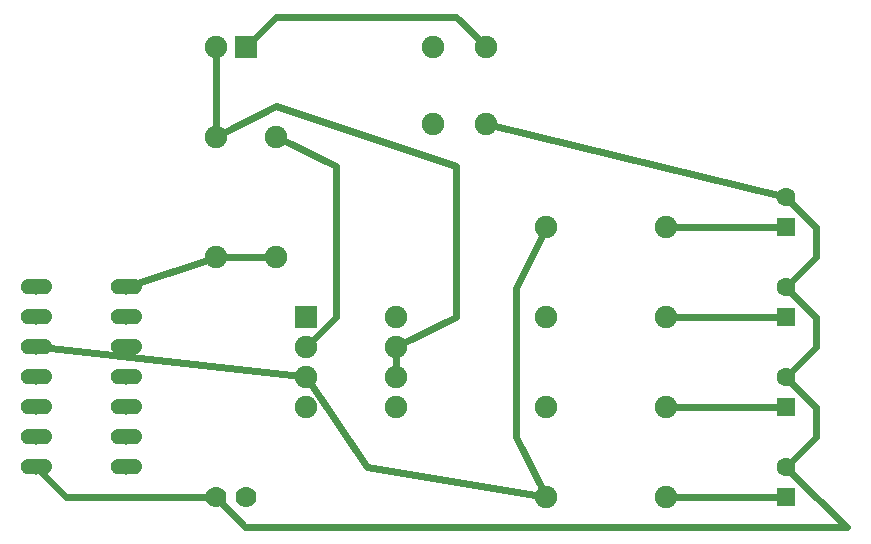
<source format=gtl>
G04 MADE WITH FRITZING*
G04 WWW.FRITZING.ORG*
G04 DOUBLE SIDED*
G04 HOLES PLATED*
G04 CONTOUR ON CENTER OF CONTOUR VECTOR*
%ASAXBY*%
%FSLAX23Y23*%
%MOIN*%
%OFA0B0*%
%SFA1.0B1.0*%
%ADD10C,0.075000*%
%ADD11C,0.070000*%
%ADD12C,0.062992*%
%ADD13C,0.052000*%
%ADD14R,0.075000X0.075000*%
%ADD15R,0.062992X0.062992*%
%ADD16C,0.024000*%
%ADD17R,0.001000X0.001000*%
%LNCOPPER1*%
G90*
G70*
G54D10*
X1111Y1478D03*
X1111Y1078D03*
X911Y1478D03*
X911Y1078D03*
X1011Y1778D03*
X911Y1778D03*
G54D11*
X911Y278D03*
X1011Y278D03*
G54D10*
X1211Y878D03*
X1511Y878D03*
X1211Y778D03*
X1511Y778D03*
X1211Y678D03*
X1511Y678D03*
X1211Y578D03*
X1511Y578D03*
G54D12*
X2811Y1178D03*
X2811Y1276D03*
X2811Y578D03*
X2811Y676D03*
X2811Y878D03*
X2811Y976D03*
X2811Y278D03*
X2811Y376D03*
G54D10*
X1634Y1522D03*
X1634Y1778D03*
X1811Y1522D03*
X1811Y1778D03*
X2011Y878D03*
X2411Y878D03*
X2011Y578D03*
X2411Y578D03*
X2011Y1178D03*
X2411Y1178D03*
X2011Y278D03*
X2411Y278D03*
G54D13*
X311Y978D03*
X311Y878D03*
X311Y778D03*
X311Y678D03*
X311Y578D03*
X311Y478D03*
X311Y378D03*
X611Y378D03*
X611Y478D03*
X611Y578D03*
X611Y678D03*
X611Y778D03*
X611Y878D03*
X611Y978D03*
X311Y978D03*
X311Y878D03*
X311Y778D03*
X311Y678D03*
X311Y578D03*
X311Y478D03*
X311Y378D03*
X611Y378D03*
X611Y478D03*
X611Y578D03*
X611Y678D03*
X611Y778D03*
X611Y878D03*
X611Y978D03*
G54D14*
X1011Y1778D03*
X1211Y878D03*
G54D15*
X2811Y1178D03*
X2811Y578D03*
X2811Y878D03*
X2811Y278D03*
G54D16*
X2795Y1178D02*
X2429Y1178D01*
D02*
X2795Y878D02*
X2429Y878D01*
D02*
X2795Y578D02*
X2429Y578D01*
D02*
X2795Y278D02*
X2429Y278D01*
D02*
X2911Y578D02*
X2911Y478D01*
D02*
X2822Y665D02*
X2911Y578D01*
D02*
X2911Y478D02*
X2822Y387D01*
D02*
X2911Y878D02*
X2911Y778D01*
D02*
X2911Y778D02*
X2822Y687D01*
D02*
X2822Y965D02*
X2911Y878D01*
D02*
X2822Y1265D02*
X2911Y1178D01*
D02*
X2911Y1178D02*
X2911Y1078D01*
D02*
X2911Y1078D02*
X2822Y987D01*
D02*
X1828Y1518D02*
X2796Y1280D01*
D02*
X1111Y1878D02*
X1711Y1878D01*
D02*
X1023Y1790D02*
X1111Y1878D01*
D02*
X1711Y1878D02*
X1799Y1790D01*
D02*
X409Y278D02*
X322Y366D01*
D02*
X896Y278D02*
X409Y278D01*
D02*
X1008Y176D02*
X921Y267D01*
D02*
X3013Y176D02*
X1008Y176D01*
D02*
X2822Y365D02*
X3013Y176D01*
D02*
X1414Y376D02*
X1994Y281D01*
D02*
X1221Y663D02*
X1414Y376D01*
D02*
X1194Y680D02*
X327Y776D01*
D02*
X1911Y975D02*
X1911Y478D01*
D02*
X1911Y478D02*
X2003Y293D01*
D02*
X2003Y1162D02*
X1911Y975D01*
D02*
X1311Y878D02*
X1311Y1381D01*
D02*
X1311Y1381D02*
X1127Y1470D01*
D02*
X1223Y790D02*
X1311Y878D01*
D02*
X911Y1495D02*
X911Y1760D01*
D02*
X895Y1072D02*
X626Y983D01*
D02*
X1094Y1078D02*
X929Y1078D01*
D02*
X1711Y878D02*
X1711Y1381D01*
D02*
X1711Y1381D02*
X1111Y1580D01*
D02*
X1111Y1580D02*
X927Y1486D01*
D02*
X1527Y786D02*
X1711Y878D01*
D02*
X1511Y695D02*
X1511Y760D01*
G54D17*
X283Y1004D02*
X340Y1004D01*
X583Y1004D02*
X640Y1004D01*
X278Y1003D02*
X345Y1003D01*
X578Y1003D02*
X645Y1003D01*
X276Y1002D02*
X347Y1002D01*
X576Y1002D02*
X647Y1002D01*
X274Y1001D02*
X349Y1001D01*
X574Y1001D02*
X649Y1001D01*
X272Y1000D02*
X351Y1000D01*
X572Y1000D02*
X651Y1000D01*
X271Y999D02*
X353Y999D01*
X571Y999D02*
X652Y999D01*
X269Y998D02*
X354Y998D01*
X569Y998D02*
X654Y998D01*
X268Y997D02*
X355Y997D01*
X568Y997D02*
X655Y997D01*
X267Y996D02*
X356Y996D01*
X567Y996D02*
X656Y996D01*
X266Y995D02*
X357Y995D01*
X566Y995D02*
X657Y995D01*
X266Y994D02*
X309Y994D01*
X314Y994D02*
X358Y994D01*
X566Y994D02*
X609Y994D01*
X614Y994D02*
X658Y994D01*
X265Y993D02*
X305Y993D01*
X318Y993D02*
X358Y993D01*
X565Y993D02*
X605Y993D01*
X618Y993D02*
X658Y993D01*
X264Y992D02*
X303Y992D01*
X320Y992D02*
X359Y992D01*
X564Y992D02*
X603Y992D01*
X620Y992D02*
X659Y992D01*
X264Y991D02*
X302Y991D01*
X322Y991D02*
X360Y991D01*
X564Y991D02*
X602Y991D01*
X622Y991D02*
X660Y991D01*
X263Y990D02*
X300Y990D01*
X323Y990D02*
X360Y990D01*
X563Y990D02*
X600Y990D01*
X623Y990D02*
X660Y990D01*
X263Y989D02*
X299Y989D01*
X324Y989D02*
X361Y989D01*
X562Y989D02*
X599Y989D01*
X624Y989D02*
X661Y989D01*
X262Y988D02*
X299Y988D01*
X325Y988D02*
X361Y988D01*
X562Y988D02*
X599Y988D01*
X625Y988D02*
X661Y988D01*
X262Y987D02*
X298Y987D01*
X325Y987D02*
X362Y987D01*
X562Y987D02*
X598Y987D01*
X625Y987D02*
X661Y987D01*
X261Y986D02*
X297Y986D01*
X326Y986D02*
X362Y986D01*
X561Y986D02*
X597Y986D01*
X626Y986D02*
X662Y986D01*
X261Y985D02*
X297Y985D01*
X326Y985D02*
X362Y985D01*
X561Y985D02*
X597Y985D01*
X626Y985D02*
X662Y985D01*
X261Y984D02*
X296Y984D01*
X327Y984D02*
X362Y984D01*
X561Y984D02*
X596Y984D01*
X627Y984D02*
X662Y984D01*
X261Y983D02*
X296Y983D01*
X327Y983D02*
X363Y983D01*
X561Y983D02*
X596Y983D01*
X627Y983D02*
X663Y983D01*
X260Y982D02*
X296Y982D01*
X328Y982D02*
X363Y982D01*
X560Y982D02*
X596Y982D01*
X628Y982D02*
X663Y982D01*
X260Y981D02*
X295Y981D01*
X328Y981D02*
X363Y981D01*
X560Y981D02*
X595Y981D01*
X628Y981D02*
X663Y981D01*
X260Y980D02*
X295Y980D01*
X328Y980D02*
X363Y980D01*
X560Y980D02*
X595Y980D01*
X628Y980D02*
X663Y980D01*
X260Y979D02*
X295Y979D01*
X328Y979D02*
X363Y979D01*
X560Y979D02*
X595Y979D01*
X628Y979D02*
X663Y979D01*
X260Y978D02*
X295Y978D01*
X328Y978D02*
X363Y978D01*
X560Y978D02*
X595Y978D01*
X628Y978D02*
X663Y978D01*
X260Y977D02*
X295Y977D01*
X328Y977D02*
X363Y977D01*
X560Y977D02*
X595Y977D01*
X628Y977D02*
X663Y977D01*
X260Y976D02*
X295Y976D01*
X328Y976D02*
X363Y976D01*
X560Y976D02*
X595Y976D01*
X628Y976D02*
X663Y976D01*
X260Y975D02*
X295Y975D01*
X328Y975D02*
X363Y975D01*
X560Y975D02*
X595Y975D01*
X628Y975D02*
X663Y975D01*
X260Y974D02*
X296Y974D01*
X327Y974D02*
X363Y974D01*
X560Y974D02*
X596Y974D01*
X627Y974D02*
X663Y974D01*
X261Y973D02*
X296Y973D01*
X327Y973D02*
X363Y973D01*
X561Y973D02*
X596Y973D01*
X627Y973D02*
X663Y973D01*
X261Y972D02*
X296Y972D01*
X327Y972D02*
X362Y972D01*
X561Y972D02*
X596Y972D01*
X627Y972D02*
X662Y972D01*
X261Y971D02*
X297Y971D01*
X326Y971D02*
X362Y971D01*
X561Y971D02*
X597Y971D01*
X626Y971D02*
X662Y971D01*
X261Y970D02*
X297Y970D01*
X326Y970D02*
X362Y970D01*
X561Y970D02*
X597Y970D01*
X626Y970D02*
X662Y970D01*
X262Y969D02*
X298Y969D01*
X325Y969D02*
X361Y969D01*
X562Y969D02*
X598Y969D01*
X625Y969D02*
X661Y969D01*
X262Y968D02*
X299Y968D01*
X324Y968D02*
X361Y968D01*
X562Y968D02*
X599Y968D01*
X624Y968D02*
X661Y968D01*
X263Y967D02*
X300Y967D01*
X323Y967D02*
X360Y967D01*
X563Y967D02*
X600Y967D01*
X623Y967D02*
X660Y967D01*
X263Y966D02*
X301Y966D01*
X322Y966D02*
X360Y966D01*
X563Y966D02*
X601Y966D01*
X622Y966D02*
X660Y966D01*
X264Y965D02*
X302Y965D01*
X321Y965D02*
X359Y965D01*
X564Y965D02*
X602Y965D01*
X621Y965D02*
X659Y965D01*
X264Y964D02*
X304Y964D01*
X319Y964D02*
X359Y964D01*
X564Y964D02*
X604Y964D01*
X619Y964D02*
X659Y964D01*
X265Y963D02*
X306Y963D01*
X317Y963D02*
X358Y963D01*
X565Y963D02*
X606Y963D01*
X617Y963D02*
X658Y963D01*
X266Y962D02*
X357Y962D01*
X566Y962D02*
X657Y962D01*
X267Y961D02*
X356Y961D01*
X567Y961D02*
X656Y961D01*
X268Y960D02*
X356Y960D01*
X568Y960D02*
X656Y960D01*
X269Y959D02*
X354Y959D01*
X569Y959D02*
X654Y959D01*
X270Y958D02*
X353Y958D01*
X570Y958D02*
X653Y958D01*
X271Y957D02*
X352Y957D01*
X571Y957D02*
X652Y957D01*
X273Y956D02*
X350Y956D01*
X573Y956D02*
X650Y956D01*
X275Y955D02*
X349Y955D01*
X575Y955D02*
X649Y955D01*
X277Y954D02*
X347Y954D01*
X577Y954D02*
X647Y954D01*
X280Y953D02*
X343Y953D01*
X580Y953D02*
X643Y953D01*
X283Y904D02*
X340Y904D01*
X583Y904D02*
X640Y904D01*
X278Y903D02*
X345Y903D01*
X578Y903D02*
X645Y903D01*
X276Y902D02*
X347Y902D01*
X576Y902D02*
X647Y902D01*
X274Y901D02*
X349Y901D01*
X574Y901D02*
X649Y901D01*
X272Y900D02*
X351Y900D01*
X572Y900D02*
X651Y900D01*
X271Y899D02*
X353Y899D01*
X571Y899D02*
X652Y899D01*
X269Y898D02*
X354Y898D01*
X569Y898D02*
X654Y898D01*
X268Y897D02*
X355Y897D01*
X568Y897D02*
X655Y897D01*
X267Y896D02*
X356Y896D01*
X567Y896D02*
X656Y896D01*
X266Y895D02*
X357Y895D01*
X566Y895D02*
X657Y895D01*
X266Y894D02*
X309Y894D01*
X314Y894D02*
X358Y894D01*
X566Y894D02*
X609Y894D01*
X614Y894D02*
X658Y894D01*
X265Y893D02*
X305Y893D01*
X318Y893D02*
X358Y893D01*
X565Y893D02*
X605Y893D01*
X618Y893D02*
X658Y893D01*
X264Y892D02*
X303Y892D01*
X320Y892D02*
X359Y892D01*
X564Y892D02*
X603Y892D01*
X620Y892D02*
X659Y892D01*
X264Y891D02*
X302Y891D01*
X322Y891D02*
X360Y891D01*
X564Y891D02*
X602Y891D01*
X622Y891D02*
X660Y891D01*
X263Y890D02*
X300Y890D01*
X323Y890D02*
X360Y890D01*
X563Y890D02*
X600Y890D01*
X623Y890D02*
X660Y890D01*
X262Y889D02*
X299Y889D01*
X324Y889D02*
X361Y889D01*
X562Y889D02*
X599Y889D01*
X624Y889D02*
X661Y889D01*
X262Y888D02*
X299Y888D01*
X325Y888D02*
X361Y888D01*
X562Y888D02*
X598Y888D01*
X625Y888D02*
X661Y888D01*
X262Y887D02*
X298Y887D01*
X325Y887D02*
X362Y887D01*
X562Y887D02*
X598Y887D01*
X625Y887D02*
X661Y887D01*
X261Y886D02*
X297Y886D01*
X326Y886D02*
X362Y886D01*
X561Y886D02*
X597Y886D01*
X626Y886D02*
X662Y886D01*
X261Y885D02*
X297Y885D01*
X327Y885D02*
X362Y885D01*
X561Y885D02*
X597Y885D01*
X626Y885D02*
X662Y885D01*
X261Y884D02*
X296Y884D01*
X327Y884D02*
X362Y884D01*
X561Y884D02*
X596Y884D01*
X627Y884D02*
X662Y884D01*
X261Y883D02*
X296Y883D01*
X327Y883D02*
X363Y883D01*
X561Y883D02*
X596Y883D01*
X627Y883D02*
X663Y883D01*
X260Y882D02*
X296Y882D01*
X328Y882D02*
X363Y882D01*
X560Y882D02*
X596Y882D01*
X628Y882D02*
X663Y882D01*
X260Y881D02*
X295Y881D01*
X328Y881D02*
X363Y881D01*
X560Y881D02*
X595Y881D01*
X628Y881D02*
X663Y881D01*
X260Y880D02*
X295Y880D01*
X328Y880D02*
X363Y880D01*
X560Y880D02*
X595Y880D01*
X628Y880D02*
X663Y880D01*
X260Y879D02*
X295Y879D01*
X328Y879D02*
X363Y879D01*
X560Y879D02*
X595Y879D01*
X628Y879D02*
X663Y879D01*
X260Y878D02*
X295Y878D01*
X328Y878D02*
X363Y878D01*
X560Y878D02*
X595Y878D01*
X628Y878D02*
X663Y878D01*
X260Y877D02*
X295Y877D01*
X328Y877D02*
X363Y877D01*
X560Y877D02*
X595Y877D01*
X628Y877D02*
X663Y877D01*
X260Y876D02*
X295Y876D01*
X328Y876D02*
X363Y876D01*
X560Y876D02*
X595Y876D01*
X628Y876D02*
X663Y876D01*
X260Y875D02*
X295Y875D01*
X328Y875D02*
X363Y875D01*
X560Y875D02*
X595Y875D01*
X628Y875D02*
X663Y875D01*
X260Y874D02*
X296Y874D01*
X327Y874D02*
X363Y874D01*
X560Y874D02*
X596Y874D01*
X627Y874D02*
X663Y874D01*
X261Y873D02*
X296Y873D01*
X327Y873D02*
X363Y873D01*
X561Y873D02*
X596Y873D01*
X627Y873D02*
X663Y873D01*
X261Y872D02*
X296Y872D01*
X327Y872D02*
X362Y872D01*
X561Y872D02*
X596Y872D01*
X627Y872D02*
X662Y872D01*
X261Y871D02*
X297Y871D01*
X326Y871D02*
X362Y871D01*
X561Y871D02*
X597Y871D01*
X626Y871D02*
X662Y871D01*
X261Y870D02*
X297Y870D01*
X326Y870D02*
X362Y870D01*
X561Y870D02*
X597Y870D01*
X626Y870D02*
X662Y870D01*
X262Y869D02*
X298Y869D01*
X325Y869D02*
X361Y869D01*
X562Y869D02*
X598Y869D01*
X625Y869D02*
X661Y869D01*
X262Y868D02*
X299Y868D01*
X324Y868D02*
X361Y868D01*
X562Y868D02*
X599Y868D01*
X624Y868D02*
X661Y868D01*
X263Y867D02*
X300Y867D01*
X323Y867D02*
X360Y867D01*
X563Y867D02*
X600Y867D01*
X623Y867D02*
X660Y867D01*
X263Y866D02*
X301Y866D01*
X322Y866D02*
X360Y866D01*
X563Y866D02*
X601Y866D01*
X622Y866D02*
X660Y866D01*
X264Y865D02*
X302Y865D01*
X321Y865D02*
X359Y865D01*
X564Y865D02*
X602Y865D01*
X621Y865D02*
X659Y865D01*
X264Y864D02*
X304Y864D01*
X319Y864D02*
X359Y864D01*
X564Y864D02*
X604Y864D01*
X619Y864D02*
X659Y864D01*
X265Y863D02*
X306Y863D01*
X317Y863D02*
X358Y863D01*
X565Y863D02*
X606Y863D01*
X617Y863D02*
X658Y863D01*
X266Y862D02*
X357Y862D01*
X566Y862D02*
X657Y862D01*
X267Y861D02*
X356Y861D01*
X567Y861D02*
X656Y861D01*
X268Y860D02*
X356Y860D01*
X568Y860D02*
X656Y860D01*
X269Y859D02*
X354Y859D01*
X569Y859D02*
X654Y859D01*
X270Y858D02*
X353Y858D01*
X570Y858D02*
X653Y858D01*
X271Y857D02*
X352Y857D01*
X571Y857D02*
X652Y857D01*
X273Y856D02*
X350Y856D01*
X573Y856D02*
X650Y856D01*
X275Y855D02*
X349Y855D01*
X575Y855D02*
X649Y855D01*
X277Y854D02*
X347Y854D01*
X577Y854D02*
X647Y854D01*
X280Y853D02*
X343Y853D01*
X580Y853D02*
X643Y853D01*
X283Y804D02*
X340Y804D01*
X583Y804D02*
X640Y804D01*
X278Y803D02*
X345Y803D01*
X578Y803D02*
X645Y803D01*
X276Y802D02*
X347Y802D01*
X576Y802D02*
X647Y802D01*
X274Y801D02*
X349Y801D01*
X574Y801D02*
X649Y801D01*
X272Y800D02*
X351Y800D01*
X572Y800D02*
X651Y800D01*
X271Y799D02*
X353Y799D01*
X571Y799D02*
X653Y799D01*
X269Y798D02*
X354Y798D01*
X569Y798D02*
X654Y798D01*
X268Y797D02*
X355Y797D01*
X568Y797D02*
X655Y797D01*
X267Y796D02*
X356Y796D01*
X567Y796D02*
X656Y796D01*
X266Y795D02*
X357Y795D01*
X566Y795D02*
X657Y795D01*
X266Y794D02*
X309Y794D01*
X314Y794D02*
X358Y794D01*
X566Y794D02*
X609Y794D01*
X614Y794D02*
X658Y794D01*
X265Y793D02*
X305Y793D01*
X318Y793D02*
X358Y793D01*
X565Y793D02*
X605Y793D01*
X618Y793D02*
X658Y793D01*
X264Y792D02*
X303Y792D01*
X320Y792D02*
X359Y792D01*
X564Y792D02*
X603Y792D01*
X620Y792D02*
X659Y792D01*
X264Y791D02*
X302Y791D01*
X322Y791D02*
X360Y791D01*
X564Y791D02*
X602Y791D01*
X622Y791D02*
X660Y791D01*
X263Y790D02*
X300Y790D01*
X323Y790D02*
X360Y790D01*
X563Y790D02*
X600Y790D01*
X623Y790D02*
X660Y790D01*
X262Y789D02*
X299Y789D01*
X324Y789D02*
X361Y789D01*
X562Y789D02*
X599Y789D01*
X624Y789D02*
X661Y789D01*
X262Y788D02*
X299Y788D01*
X325Y788D02*
X361Y788D01*
X562Y788D02*
X598Y788D01*
X625Y788D02*
X661Y788D01*
X262Y787D02*
X298Y787D01*
X325Y787D02*
X362Y787D01*
X562Y787D02*
X598Y787D01*
X625Y787D02*
X661Y787D01*
X261Y786D02*
X297Y786D01*
X326Y786D02*
X362Y786D01*
X561Y786D02*
X597Y786D01*
X626Y786D02*
X662Y786D01*
X261Y785D02*
X297Y785D01*
X327Y785D02*
X362Y785D01*
X561Y785D02*
X597Y785D01*
X626Y785D02*
X662Y785D01*
X261Y784D02*
X296Y784D01*
X327Y784D02*
X362Y784D01*
X561Y784D02*
X596Y784D01*
X627Y784D02*
X662Y784D01*
X261Y783D02*
X296Y783D01*
X327Y783D02*
X363Y783D01*
X561Y783D02*
X596Y783D01*
X627Y783D02*
X663Y783D01*
X260Y782D02*
X296Y782D01*
X328Y782D02*
X363Y782D01*
X560Y782D02*
X596Y782D01*
X628Y782D02*
X663Y782D01*
X260Y781D02*
X295Y781D01*
X328Y781D02*
X363Y781D01*
X560Y781D02*
X595Y781D01*
X628Y781D02*
X663Y781D01*
X260Y780D02*
X295Y780D01*
X328Y780D02*
X363Y780D01*
X560Y780D02*
X595Y780D01*
X628Y780D02*
X663Y780D01*
X260Y779D02*
X295Y779D01*
X328Y779D02*
X363Y779D01*
X560Y779D02*
X595Y779D01*
X628Y779D02*
X663Y779D01*
X260Y778D02*
X295Y778D01*
X328Y778D02*
X363Y778D01*
X560Y778D02*
X595Y778D01*
X628Y778D02*
X663Y778D01*
X260Y777D02*
X295Y777D01*
X328Y777D02*
X363Y777D01*
X560Y777D02*
X595Y777D01*
X628Y777D02*
X663Y777D01*
X260Y776D02*
X295Y776D01*
X328Y776D02*
X363Y776D01*
X560Y776D02*
X595Y776D01*
X628Y776D02*
X663Y776D01*
X260Y775D02*
X295Y775D01*
X328Y775D02*
X363Y775D01*
X560Y775D02*
X595Y775D01*
X628Y775D02*
X663Y775D01*
X260Y774D02*
X296Y774D01*
X327Y774D02*
X363Y774D01*
X560Y774D02*
X596Y774D01*
X627Y774D02*
X663Y774D01*
X261Y773D02*
X296Y773D01*
X327Y773D02*
X363Y773D01*
X561Y773D02*
X596Y773D01*
X627Y773D02*
X663Y773D01*
X261Y772D02*
X296Y772D01*
X327Y772D02*
X362Y772D01*
X561Y772D02*
X596Y772D01*
X627Y772D02*
X662Y772D01*
X261Y771D02*
X297Y771D01*
X326Y771D02*
X362Y771D01*
X561Y771D02*
X597Y771D01*
X626Y771D02*
X662Y771D01*
X261Y770D02*
X297Y770D01*
X326Y770D02*
X362Y770D01*
X561Y770D02*
X597Y770D01*
X626Y770D02*
X662Y770D01*
X262Y769D02*
X298Y769D01*
X325Y769D02*
X361Y769D01*
X562Y769D02*
X598Y769D01*
X625Y769D02*
X661Y769D01*
X262Y768D02*
X299Y768D01*
X324Y768D02*
X361Y768D01*
X562Y768D02*
X599Y768D01*
X624Y768D02*
X661Y768D01*
X263Y767D02*
X300Y767D01*
X323Y767D02*
X360Y767D01*
X563Y767D02*
X600Y767D01*
X623Y767D02*
X660Y767D01*
X263Y766D02*
X301Y766D01*
X322Y766D02*
X360Y766D01*
X563Y766D02*
X601Y766D01*
X622Y766D02*
X660Y766D01*
X264Y765D02*
X302Y765D01*
X321Y765D02*
X359Y765D01*
X564Y765D02*
X602Y765D01*
X621Y765D02*
X659Y765D01*
X264Y764D02*
X304Y764D01*
X319Y764D02*
X359Y764D01*
X564Y764D02*
X604Y764D01*
X619Y764D02*
X659Y764D01*
X265Y763D02*
X306Y763D01*
X317Y763D02*
X358Y763D01*
X565Y763D02*
X606Y763D01*
X617Y763D02*
X658Y763D01*
X266Y762D02*
X357Y762D01*
X566Y762D02*
X657Y762D01*
X267Y761D02*
X356Y761D01*
X567Y761D02*
X656Y761D01*
X268Y760D02*
X356Y760D01*
X568Y760D02*
X656Y760D01*
X269Y759D02*
X354Y759D01*
X569Y759D02*
X654Y759D01*
X270Y758D02*
X353Y758D01*
X570Y758D02*
X653Y758D01*
X271Y757D02*
X352Y757D01*
X571Y757D02*
X652Y757D01*
X273Y756D02*
X350Y756D01*
X573Y756D02*
X650Y756D01*
X275Y755D02*
X349Y755D01*
X575Y755D02*
X649Y755D01*
X277Y754D02*
X347Y754D01*
X577Y754D02*
X646Y754D01*
X280Y753D02*
X343Y753D01*
X580Y753D02*
X643Y753D01*
X283Y704D02*
X340Y704D01*
X583Y704D02*
X640Y704D01*
X278Y703D02*
X345Y703D01*
X578Y703D02*
X645Y703D01*
X276Y702D02*
X348Y702D01*
X576Y702D02*
X647Y702D01*
X274Y701D02*
X349Y701D01*
X574Y701D02*
X649Y701D01*
X272Y700D02*
X351Y700D01*
X572Y700D02*
X651Y700D01*
X271Y699D02*
X353Y699D01*
X571Y699D02*
X653Y699D01*
X269Y698D02*
X354Y698D01*
X569Y698D02*
X654Y698D01*
X268Y697D02*
X355Y697D01*
X568Y697D02*
X655Y697D01*
X267Y696D02*
X356Y696D01*
X567Y696D02*
X656Y696D01*
X266Y695D02*
X357Y695D01*
X566Y695D02*
X657Y695D01*
X266Y694D02*
X309Y694D01*
X314Y694D02*
X358Y694D01*
X566Y694D02*
X609Y694D01*
X614Y694D02*
X658Y694D01*
X265Y693D02*
X305Y693D01*
X318Y693D02*
X358Y693D01*
X565Y693D02*
X605Y693D01*
X618Y693D02*
X658Y693D01*
X264Y692D02*
X303Y692D01*
X320Y692D02*
X359Y692D01*
X564Y692D02*
X603Y692D01*
X620Y692D02*
X659Y692D01*
X264Y691D02*
X302Y691D01*
X322Y691D02*
X360Y691D01*
X564Y691D02*
X602Y691D01*
X622Y691D02*
X660Y691D01*
X263Y690D02*
X300Y690D01*
X323Y690D02*
X360Y690D01*
X563Y690D02*
X600Y690D01*
X623Y690D02*
X660Y690D01*
X262Y689D02*
X299Y689D01*
X324Y689D02*
X361Y689D01*
X562Y689D02*
X599Y689D01*
X624Y689D02*
X661Y689D01*
X262Y688D02*
X299Y688D01*
X325Y688D02*
X361Y688D01*
X562Y688D02*
X598Y688D01*
X625Y688D02*
X661Y688D01*
X262Y687D02*
X298Y687D01*
X325Y687D02*
X362Y687D01*
X562Y687D02*
X598Y687D01*
X625Y687D02*
X661Y687D01*
X261Y686D02*
X297Y686D01*
X326Y686D02*
X362Y686D01*
X561Y686D02*
X597Y686D01*
X626Y686D02*
X662Y686D01*
X261Y685D02*
X297Y685D01*
X327Y685D02*
X362Y685D01*
X561Y685D02*
X597Y685D01*
X626Y685D02*
X662Y685D01*
X261Y684D02*
X296Y684D01*
X327Y684D02*
X362Y684D01*
X561Y684D02*
X596Y684D01*
X627Y684D02*
X662Y684D01*
X261Y683D02*
X296Y683D01*
X327Y683D02*
X363Y683D01*
X561Y683D02*
X596Y683D01*
X627Y683D02*
X663Y683D01*
X260Y682D02*
X296Y682D01*
X328Y682D02*
X363Y682D01*
X560Y682D02*
X596Y682D01*
X628Y682D02*
X663Y682D01*
X260Y681D02*
X295Y681D01*
X328Y681D02*
X363Y681D01*
X560Y681D02*
X595Y681D01*
X628Y681D02*
X663Y681D01*
X260Y680D02*
X295Y680D01*
X328Y680D02*
X363Y680D01*
X560Y680D02*
X595Y680D01*
X628Y680D02*
X663Y680D01*
X260Y679D02*
X295Y679D01*
X328Y679D02*
X363Y679D01*
X560Y679D02*
X595Y679D01*
X628Y679D02*
X663Y679D01*
X260Y678D02*
X295Y678D01*
X328Y678D02*
X363Y678D01*
X560Y678D02*
X595Y678D01*
X628Y678D02*
X663Y678D01*
X260Y677D02*
X295Y677D01*
X328Y677D02*
X363Y677D01*
X560Y677D02*
X595Y677D01*
X628Y677D02*
X663Y677D01*
X260Y676D02*
X295Y676D01*
X328Y676D02*
X363Y676D01*
X560Y676D02*
X595Y676D01*
X628Y676D02*
X663Y676D01*
X260Y675D02*
X295Y675D01*
X328Y675D02*
X363Y675D01*
X560Y675D02*
X595Y675D01*
X628Y675D02*
X663Y675D01*
X260Y674D02*
X296Y674D01*
X327Y674D02*
X363Y674D01*
X560Y674D02*
X596Y674D01*
X627Y674D02*
X663Y674D01*
X261Y673D02*
X296Y673D01*
X327Y673D02*
X363Y673D01*
X561Y673D02*
X596Y673D01*
X627Y673D02*
X663Y673D01*
X261Y672D02*
X296Y672D01*
X327Y672D02*
X362Y672D01*
X561Y672D02*
X596Y672D01*
X627Y672D02*
X662Y672D01*
X261Y671D02*
X297Y671D01*
X326Y671D02*
X362Y671D01*
X561Y671D02*
X597Y671D01*
X626Y671D02*
X662Y671D01*
X261Y670D02*
X297Y670D01*
X326Y670D02*
X362Y670D01*
X561Y670D02*
X597Y670D01*
X626Y670D02*
X662Y670D01*
X262Y669D02*
X298Y669D01*
X325Y669D02*
X361Y669D01*
X562Y669D02*
X598Y669D01*
X625Y669D02*
X661Y669D01*
X262Y668D02*
X299Y668D01*
X324Y668D02*
X361Y668D01*
X562Y668D02*
X599Y668D01*
X624Y668D02*
X661Y668D01*
X263Y667D02*
X300Y667D01*
X323Y667D02*
X360Y667D01*
X563Y667D02*
X600Y667D01*
X623Y667D02*
X660Y667D01*
X263Y666D02*
X301Y666D01*
X322Y666D02*
X360Y666D01*
X563Y666D02*
X601Y666D01*
X622Y666D02*
X660Y666D01*
X264Y665D02*
X302Y665D01*
X321Y665D02*
X359Y665D01*
X564Y665D02*
X602Y665D01*
X621Y665D02*
X659Y665D01*
X264Y664D02*
X304Y664D01*
X319Y664D02*
X359Y664D01*
X564Y664D02*
X604Y664D01*
X619Y664D02*
X659Y664D01*
X265Y663D02*
X306Y663D01*
X317Y663D02*
X358Y663D01*
X565Y663D02*
X606Y663D01*
X617Y663D02*
X658Y663D01*
X266Y662D02*
X357Y662D01*
X566Y662D02*
X657Y662D01*
X267Y661D02*
X356Y661D01*
X567Y661D02*
X656Y661D01*
X268Y660D02*
X356Y660D01*
X568Y660D02*
X656Y660D01*
X269Y659D02*
X354Y659D01*
X569Y659D02*
X654Y659D01*
X270Y658D02*
X353Y658D01*
X570Y658D02*
X653Y658D01*
X271Y657D02*
X352Y657D01*
X571Y657D02*
X652Y657D01*
X273Y656D02*
X350Y656D01*
X573Y656D02*
X650Y656D01*
X275Y655D02*
X349Y655D01*
X575Y655D02*
X649Y655D01*
X277Y654D02*
X346Y654D01*
X577Y654D02*
X646Y654D01*
X280Y653D02*
X343Y653D01*
X580Y653D02*
X643Y653D01*
X283Y604D02*
X340Y604D01*
X583Y604D02*
X640Y604D01*
X278Y603D02*
X345Y603D01*
X578Y603D02*
X645Y603D01*
X276Y602D02*
X348Y602D01*
X576Y602D02*
X647Y602D01*
X274Y601D02*
X349Y601D01*
X574Y601D02*
X649Y601D01*
X272Y600D02*
X351Y600D01*
X572Y600D02*
X651Y600D01*
X271Y599D02*
X353Y599D01*
X571Y599D02*
X653Y599D01*
X269Y598D02*
X354Y598D01*
X569Y598D02*
X654Y598D01*
X268Y597D02*
X355Y597D01*
X568Y597D02*
X655Y597D01*
X267Y596D02*
X356Y596D01*
X567Y596D02*
X656Y596D01*
X266Y595D02*
X357Y595D01*
X566Y595D02*
X657Y595D01*
X266Y594D02*
X309Y594D01*
X314Y594D02*
X358Y594D01*
X566Y594D02*
X609Y594D01*
X614Y594D02*
X658Y594D01*
X265Y593D02*
X305Y593D01*
X318Y593D02*
X358Y593D01*
X565Y593D02*
X605Y593D01*
X618Y593D02*
X658Y593D01*
X264Y592D02*
X303Y592D01*
X320Y592D02*
X359Y592D01*
X564Y592D02*
X603Y592D01*
X620Y592D02*
X659Y592D01*
X264Y591D02*
X302Y591D01*
X322Y591D02*
X360Y591D01*
X564Y591D02*
X602Y591D01*
X622Y591D02*
X660Y591D01*
X263Y590D02*
X300Y590D01*
X323Y590D02*
X360Y590D01*
X563Y590D02*
X600Y590D01*
X623Y590D02*
X660Y590D01*
X262Y589D02*
X299Y589D01*
X324Y589D02*
X361Y589D01*
X562Y589D02*
X599Y589D01*
X624Y589D02*
X661Y589D01*
X262Y588D02*
X298Y588D01*
X325Y588D02*
X361Y588D01*
X562Y588D02*
X598Y588D01*
X625Y588D02*
X661Y588D01*
X262Y587D02*
X298Y587D01*
X325Y587D02*
X362Y587D01*
X562Y587D02*
X598Y587D01*
X625Y587D02*
X661Y587D01*
X261Y586D02*
X297Y586D01*
X326Y586D02*
X362Y586D01*
X561Y586D02*
X597Y586D01*
X626Y586D02*
X662Y586D01*
X261Y585D02*
X297Y585D01*
X327Y585D02*
X362Y585D01*
X561Y585D02*
X597Y585D01*
X626Y585D02*
X662Y585D01*
X261Y584D02*
X296Y584D01*
X327Y584D02*
X362Y584D01*
X561Y584D02*
X596Y584D01*
X627Y584D02*
X662Y584D01*
X261Y583D02*
X296Y583D01*
X327Y583D02*
X363Y583D01*
X561Y583D02*
X596Y583D01*
X627Y583D02*
X663Y583D01*
X260Y582D02*
X296Y582D01*
X328Y582D02*
X363Y582D01*
X560Y582D02*
X596Y582D01*
X628Y582D02*
X663Y582D01*
X260Y581D02*
X295Y581D01*
X328Y581D02*
X363Y581D01*
X560Y581D02*
X595Y581D01*
X628Y581D02*
X663Y581D01*
X260Y580D02*
X295Y580D01*
X328Y580D02*
X363Y580D01*
X560Y580D02*
X595Y580D01*
X628Y580D02*
X663Y580D01*
X260Y579D02*
X295Y579D01*
X328Y579D02*
X363Y579D01*
X560Y579D02*
X595Y579D01*
X628Y579D02*
X663Y579D01*
X260Y578D02*
X295Y578D01*
X328Y578D02*
X363Y578D01*
X560Y578D02*
X595Y578D01*
X628Y578D02*
X663Y578D01*
X260Y577D02*
X295Y577D01*
X328Y577D02*
X363Y577D01*
X560Y577D02*
X595Y577D01*
X628Y577D02*
X663Y577D01*
X260Y576D02*
X295Y576D01*
X328Y576D02*
X363Y576D01*
X560Y576D02*
X595Y576D01*
X628Y576D02*
X663Y576D01*
X260Y575D02*
X295Y575D01*
X328Y575D02*
X363Y575D01*
X560Y575D02*
X595Y575D01*
X628Y575D02*
X663Y575D01*
X260Y574D02*
X296Y574D01*
X327Y574D02*
X363Y574D01*
X560Y574D02*
X596Y574D01*
X627Y574D02*
X663Y574D01*
X261Y573D02*
X296Y573D01*
X327Y573D02*
X363Y573D01*
X561Y573D02*
X596Y573D01*
X627Y573D02*
X663Y573D01*
X261Y572D02*
X296Y572D01*
X327Y572D02*
X362Y572D01*
X561Y572D02*
X596Y572D01*
X627Y572D02*
X662Y572D01*
X261Y571D02*
X297Y571D01*
X326Y571D02*
X362Y571D01*
X561Y571D02*
X597Y571D01*
X626Y571D02*
X662Y571D01*
X261Y570D02*
X297Y570D01*
X326Y570D02*
X362Y570D01*
X561Y570D02*
X597Y570D01*
X626Y570D02*
X662Y570D01*
X262Y569D02*
X298Y569D01*
X325Y569D02*
X361Y569D01*
X562Y569D02*
X598Y569D01*
X625Y569D02*
X661Y569D01*
X262Y568D02*
X299Y568D01*
X324Y568D02*
X361Y568D01*
X562Y568D02*
X599Y568D01*
X624Y568D02*
X661Y568D01*
X263Y567D02*
X300Y567D01*
X323Y567D02*
X360Y567D01*
X563Y567D02*
X600Y567D01*
X623Y567D02*
X660Y567D01*
X263Y566D02*
X301Y566D01*
X322Y566D02*
X360Y566D01*
X563Y566D02*
X601Y566D01*
X622Y566D02*
X660Y566D01*
X264Y565D02*
X302Y565D01*
X321Y565D02*
X359Y565D01*
X564Y565D02*
X602Y565D01*
X621Y565D02*
X659Y565D01*
X264Y564D02*
X304Y564D01*
X319Y564D02*
X359Y564D01*
X564Y564D02*
X604Y564D01*
X619Y564D02*
X659Y564D01*
X265Y563D02*
X306Y563D01*
X317Y563D02*
X358Y563D01*
X565Y563D02*
X606Y563D01*
X617Y563D02*
X658Y563D01*
X266Y562D02*
X357Y562D01*
X566Y562D02*
X657Y562D01*
X267Y561D02*
X356Y561D01*
X567Y561D02*
X656Y561D01*
X268Y560D02*
X356Y560D01*
X568Y560D02*
X656Y560D01*
X269Y559D02*
X354Y559D01*
X569Y559D02*
X654Y559D01*
X270Y558D02*
X353Y558D01*
X570Y558D02*
X653Y558D01*
X271Y557D02*
X352Y557D01*
X571Y557D02*
X652Y557D01*
X273Y556D02*
X350Y556D01*
X573Y556D02*
X650Y556D01*
X275Y555D02*
X349Y555D01*
X575Y555D02*
X649Y555D01*
X277Y554D02*
X346Y554D01*
X577Y554D02*
X646Y554D01*
X280Y553D02*
X343Y553D01*
X580Y553D02*
X643Y553D01*
X283Y504D02*
X340Y504D01*
X583Y504D02*
X640Y504D01*
X278Y503D02*
X345Y503D01*
X578Y503D02*
X645Y503D01*
X276Y502D02*
X348Y502D01*
X576Y502D02*
X648Y502D01*
X274Y501D02*
X349Y501D01*
X574Y501D02*
X649Y501D01*
X272Y500D02*
X351Y500D01*
X572Y500D02*
X651Y500D01*
X271Y499D02*
X353Y499D01*
X571Y499D02*
X653Y499D01*
X269Y498D02*
X354Y498D01*
X569Y498D02*
X654Y498D01*
X268Y497D02*
X355Y497D01*
X568Y497D02*
X655Y497D01*
X267Y496D02*
X356Y496D01*
X567Y496D02*
X656Y496D01*
X266Y495D02*
X357Y495D01*
X566Y495D02*
X657Y495D01*
X266Y494D02*
X309Y494D01*
X314Y494D02*
X358Y494D01*
X566Y494D02*
X609Y494D01*
X614Y494D02*
X658Y494D01*
X265Y493D02*
X305Y493D01*
X318Y493D02*
X358Y493D01*
X565Y493D02*
X605Y493D01*
X618Y493D02*
X658Y493D01*
X264Y492D02*
X303Y492D01*
X320Y492D02*
X359Y492D01*
X564Y492D02*
X603Y492D01*
X620Y492D02*
X659Y492D01*
X264Y491D02*
X302Y491D01*
X322Y491D02*
X360Y491D01*
X564Y491D02*
X602Y491D01*
X622Y491D02*
X660Y491D01*
X263Y490D02*
X300Y490D01*
X323Y490D02*
X360Y490D01*
X563Y490D02*
X600Y490D01*
X623Y490D02*
X660Y490D01*
X262Y489D02*
X299Y489D01*
X324Y489D02*
X361Y489D01*
X562Y489D02*
X599Y489D01*
X624Y489D02*
X661Y489D01*
X262Y488D02*
X298Y488D01*
X325Y488D02*
X361Y488D01*
X562Y488D02*
X598Y488D01*
X625Y488D02*
X661Y488D01*
X262Y487D02*
X298Y487D01*
X325Y487D02*
X362Y487D01*
X562Y487D02*
X598Y487D01*
X625Y487D02*
X661Y487D01*
X261Y486D02*
X297Y486D01*
X326Y486D02*
X362Y486D01*
X561Y486D02*
X597Y486D01*
X626Y486D02*
X662Y486D01*
X261Y485D02*
X297Y485D01*
X327Y485D02*
X362Y485D01*
X561Y485D02*
X597Y485D01*
X626Y485D02*
X662Y485D01*
X261Y484D02*
X296Y484D01*
X327Y484D02*
X362Y484D01*
X561Y484D02*
X596Y484D01*
X627Y484D02*
X662Y484D01*
X261Y483D02*
X296Y483D01*
X327Y483D02*
X363Y483D01*
X561Y483D02*
X596Y483D01*
X627Y483D02*
X663Y483D01*
X260Y482D02*
X296Y482D01*
X328Y482D02*
X363Y482D01*
X560Y482D02*
X596Y482D01*
X628Y482D02*
X663Y482D01*
X260Y481D02*
X295Y481D01*
X328Y481D02*
X363Y481D01*
X560Y481D02*
X595Y481D01*
X628Y481D02*
X663Y481D01*
X260Y480D02*
X295Y480D01*
X328Y480D02*
X363Y480D01*
X560Y480D02*
X595Y480D01*
X628Y480D02*
X663Y480D01*
X260Y479D02*
X295Y479D01*
X328Y479D02*
X363Y479D01*
X560Y479D02*
X595Y479D01*
X628Y479D02*
X663Y479D01*
X260Y478D02*
X295Y478D01*
X328Y478D02*
X363Y478D01*
X560Y478D02*
X595Y478D01*
X628Y478D02*
X663Y478D01*
X260Y477D02*
X295Y477D01*
X328Y477D02*
X363Y477D01*
X560Y477D02*
X595Y477D01*
X628Y477D02*
X663Y477D01*
X260Y476D02*
X295Y476D01*
X328Y476D02*
X363Y476D01*
X560Y476D02*
X595Y476D01*
X628Y476D02*
X663Y476D01*
X260Y475D02*
X295Y475D01*
X328Y475D02*
X363Y475D01*
X560Y475D02*
X595Y475D01*
X628Y475D02*
X663Y475D01*
X260Y474D02*
X296Y474D01*
X327Y474D02*
X363Y474D01*
X560Y474D02*
X596Y474D01*
X627Y474D02*
X663Y474D01*
X261Y473D02*
X296Y473D01*
X327Y473D02*
X363Y473D01*
X561Y473D02*
X596Y473D01*
X627Y473D02*
X663Y473D01*
X261Y472D02*
X296Y472D01*
X327Y472D02*
X362Y472D01*
X561Y472D02*
X596Y472D01*
X627Y472D02*
X662Y472D01*
X261Y471D02*
X297Y471D01*
X326Y471D02*
X362Y471D01*
X561Y471D02*
X597Y471D01*
X626Y471D02*
X662Y471D01*
X261Y470D02*
X297Y470D01*
X326Y470D02*
X362Y470D01*
X561Y470D02*
X597Y470D01*
X626Y470D02*
X662Y470D01*
X262Y469D02*
X298Y469D01*
X325Y469D02*
X361Y469D01*
X562Y469D02*
X598Y469D01*
X625Y469D02*
X661Y469D01*
X262Y468D02*
X299Y468D01*
X324Y468D02*
X361Y468D01*
X562Y468D02*
X599Y468D01*
X624Y468D02*
X661Y468D01*
X263Y467D02*
X300Y467D01*
X323Y467D02*
X360Y467D01*
X563Y467D02*
X600Y467D01*
X623Y467D02*
X660Y467D01*
X263Y466D02*
X301Y466D01*
X322Y466D02*
X360Y466D01*
X563Y466D02*
X601Y466D01*
X622Y466D02*
X660Y466D01*
X264Y465D02*
X302Y465D01*
X321Y465D02*
X359Y465D01*
X564Y465D02*
X602Y465D01*
X621Y465D02*
X659Y465D01*
X264Y464D02*
X304Y464D01*
X319Y464D02*
X359Y464D01*
X564Y464D02*
X604Y464D01*
X619Y464D02*
X659Y464D01*
X265Y463D02*
X306Y463D01*
X317Y463D02*
X358Y463D01*
X565Y463D02*
X606Y463D01*
X617Y463D02*
X658Y463D01*
X266Y462D02*
X357Y462D01*
X566Y462D02*
X657Y462D01*
X267Y461D02*
X356Y461D01*
X567Y461D02*
X656Y461D01*
X268Y460D02*
X356Y460D01*
X568Y460D02*
X656Y460D01*
X269Y459D02*
X354Y459D01*
X569Y459D02*
X654Y459D01*
X270Y458D02*
X353Y458D01*
X570Y458D02*
X653Y458D01*
X271Y457D02*
X352Y457D01*
X571Y457D02*
X652Y457D01*
X273Y456D02*
X350Y456D01*
X573Y456D02*
X650Y456D01*
X275Y455D02*
X349Y455D01*
X575Y455D02*
X648Y455D01*
X277Y454D02*
X346Y454D01*
X577Y454D02*
X646Y454D01*
X280Y453D02*
X343Y453D01*
X580Y453D02*
X643Y453D01*
X283Y404D02*
X340Y404D01*
X583Y404D02*
X640Y404D01*
X278Y403D02*
X345Y403D01*
X578Y403D02*
X645Y403D01*
X276Y402D02*
X348Y402D01*
X576Y402D02*
X648Y402D01*
X274Y401D02*
X349Y401D01*
X574Y401D02*
X649Y401D01*
X272Y400D02*
X351Y400D01*
X572Y400D02*
X651Y400D01*
X271Y399D02*
X353Y399D01*
X571Y399D02*
X653Y399D01*
X269Y398D02*
X354Y398D01*
X569Y398D02*
X654Y398D01*
X268Y397D02*
X355Y397D01*
X568Y397D02*
X655Y397D01*
X267Y396D02*
X356Y396D01*
X567Y396D02*
X656Y396D01*
X266Y395D02*
X357Y395D01*
X566Y395D02*
X657Y395D01*
X266Y394D02*
X309Y394D01*
X314Y394D02*
X358Y394D01*
X566Y394D02*
X609Y394D01*
X614Y394D02*
X658Y394D01*
X265Y393D02*
X305Y393D01*
X318Y393D02*
X358Y393D01*
X565Y393D02*
X605Y393D01*
X618Y393D02*
X658Y393D01*
X264Y392D02*
X303Y392D01*
X320Y392D02*
X359Y392D01*
X564Y392D02*
X603Y392D01*
X620Y392D02*
X659Y392D01*
X264Y391D02*
X302Y391D01*
X322Y391D02*
X360Y391D01*
X564Y391D02*
X601Y391D01*
X622Y391D02*
X660Y391D01*
X263Y390D02*
X300Y390D01*
X323Y390D02*
X360Y390D01*
X563Y390D02*
X600Y390D01*
X623Y390D02*
X660Y390D01*
X262Y389D02*
X299Y389D01*
X324Y389D02*
X361Y389D01*
X562Y389D02*
X599Y389D01*
X624Y389D02*
X661Y389D01*
X262Y388D02*
X298Y388D01*
X325Y388D02*
X361Y388D01*
X562Y388D02*
X598Y388D01*
X625Y388D02*
X661Y388D01*
X262Y387D02*
X298Y387D01*
X325Y387D02*
X362Y387D01*
X562Y387D02*
X598Y387D01*
X625Y387D02*
X661Y387D01*
X261Y386D02*
X297Y386D01*
X326Y386D02*
X362Y386D01*
X561Y386D02*
X597Y386D01*
X626Y386D02*
X662Y386D01*
X261Y385D02*
X297Y385D01*
X327Y385D02*
X362Y385D01*
X561Y385D02*
X597Y385D01*
X627Y385D02*
X662Y385D01*
X261Y384D02*
X296Y384D01*
X327Y384D02*
X362Y384D01*
X561Y384D02*
X596Y384D01*
X627Y384D02*
X662Y384D01*
X261Y383D02*
X296Y383D01*
X327Y383D02*
X363Y383D01*
X560Y383D02*
X596Y383D01*
X627Y383D02*
X663Y383D01*
X260Y382D02*
X296Y382D01*
X328Y382D02*
X363Y382D01*
X560Y382D02*
X596Y382D01*
X628Y382D02*
X663Y382D01*
X260Y381D02*
X295Y381D01*
X328Y381D02*
X363Y381D01*
X560Y381D02*
X595Y381D01*
X628Y381D02*
X663Y381D01*
X260Y380D02*
X295Y380D01*
X328Y380D02*
X363Y380D01*
X560Y380D02*
X595Y380D01*
X628Y380D02*
X663Y380D01*
X260Y379D02*
X295Y379D01*
X328Y379D02*
X363Y379D01*
X560Y379D02*
X595Y379D01*
X628Y379D02*
X663Y379D01*
X260Y378D02*
X295Y378D01*
X328Y378D02*
X363Y378D01*
X560Y378D02*
X595Y378D01*
X628Y378D02*
X663Y378D01*
X260Y377D02*
X295Y377D01*
X328Y377D02*
X363Y377D01*
X560Y377D02*
X595Y377D01*
X628Y377D02*
X663Y377D01*
X260Y376D02*
X295Y376D01*
X328Y376D02*
X363Y376D01*
X560Y376D02*
X595Y376D01*
X628Y376D02*
X663Y376D01*
X260Y375D02*
X295Y375D01*
X328Y375D02*
X363Y375D01*
X560Y375D02*
X595Y375D01*
X628Y375D02*
X663Y375D01*
X260Y374D02*
X296Y374D01*
X327Y374D02*
X363Y374D01*
X560Y374D02*
X596Y374D01*
X627Y374D02*
X663Y374D01*
X261Y373D02*
X296Y373D01*
X327Y373D02*
X363Y373D01*
X561Y373D02*
X596Y373D01*
X627Y373D02*
X663Y373D01*
X261Y372D02*
X296Y372D01*
X327Y372D02*
X362Y372D01*
X561Y372D02*
X596Y372D01*
X627Y372D02*
X662Y372D01*
X261Y371D02*
X297Y371D01*
X326Y371D02*
X362Y371D01*
X561Y371D02*
X597Y371D01*
X626Y371D02*
X662Y371D01*
X261Y370D02*
X297Y370D01*
X326Y370D02*
X362Y370D01*
X561Y370D02*
X597Y370D01*
X626Y370D02*
X662Y370D01*
X262Y369D02*
X298Y369D01*
X325Y369D02*
X361Y369D01*
X562Y369D02*
X598Y369D01*
X625Y369D02*
X661Y369D01*
X262Y368D02*
X299Y368D01*
X324Y368D02*
X361Y368D01*
X562Y368D02*
X599Y368D01*
X624Y368D02*
X661Y368D01*
X263Y367D02*
X300Y367D01*
X323Y367D02*
X360Y367D01*
X563Y367D02*
X600Y367D01*
X623Y367D02*
X660Y367D01*
X263Y366D02*
X301Y366D01*
X322Y366D02*
X360Y366D01*
X563Y366D02*
X601Y366D01*
X622Y366D02*
X660Y366D01*
X264Y365D02*
X302Y365D01*
X321Y365D02*
X359Y365D01*
X564Y365D02*
X602Y365D01*
X621Y365D02*
X659Y365D01*
X264Y364D02*
X304Y364D01*
X319Y364D02*
X359Y364D01*
X564Y364D02*
X604Y364D01*
X619Y364D02*
X659Y364D01*
X265Y363D02*
X306Y363D01*
X317Y363D02*
X358Y363D01*
X565Y363D02*
X606Y363D01*
X617Y363D02*
X658Y363D01*
X266Y362D02*
X357Y362D01*
X566Y362D02*
X657Y362D01*
X267Y361D02*
X356Y361D01*
X567Y361D02*
X656Y361D01*
X268Y360D02*
X356Y360D01*
X568Y360D02*
X656Y360D01*
X269Y359D02*
X354Y359D01*
X569Y359D02*
X654Y359D01*
X270Y358D02*
X353Y358D01*
X570Y358D02*
X653Y358D01*
X271Y357D02*
X352Y357D01*
X571Y357D02*
X652Y357D01*
X273Y356D02*
X350Y356D01*
X573Y356D02*
X650Y356D01*
X275Y355D02*
X349Y355D01*
X575Y355D02*
X648Y355D01*
X277Y354D02*
X346Y354D01*
X577Y354D02*
X646Y354D01*
X280Y353D02*
X343Y353D01*
X580Y353D02*
X643Y353D01*
D02*
G04 End of Copper1*
M02*
</source>
